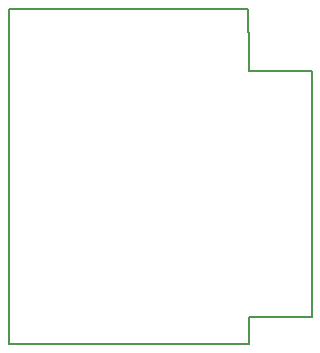
<source format=gbr>
G04 #@! TF.FileFunction,Profile,NP*
%FSLAX46Y46*%
G04 Gerber Fmt 4.6, Leading zero omitted, Abs format (unit mm)*
G04 Created by KiCad (PCBNEW 4.0.7) date 08/12/18 13:26:52*
%MOMM*%
%LPD*%
G01*
G04 APERTURE LIST*
%ADD10C,0.100000*%
%ADD11C,0.150000*%
G04 APERTURE END LIST*
D10*
D11*
X119995000Y-85365000D02*
X119995000Y-87265000D01*
X99695000Y-85365000D02*
X119995000Y-85365000D01*
X99695000Y-87265000D02*
X99695000Y-85365000D01*
X99695000Y-113665000D02*
X100203000Y-113665000D01*
X99695000Y-87249000D02*
X99695000Y-113665000D01*
X120015000Y-88011000D02*
X120015000Y-87249000D01*
X120015000Y-111379000D02*
X125349000Y-111379000D01*
X120015000Y-113665000D02*
X120015000Y-111379000D01*
X100203000Y-113665000D02*
X120015000Y-113665000D01*
X120015000Y-90551000D02*
X120015000Y-88011000D01*
X125349000Y-90551000D02*
X120015000Y-90551000D01*
X125349000Y-111379000D02*
X125349000Y-90551000D01*
M02*

</source>
